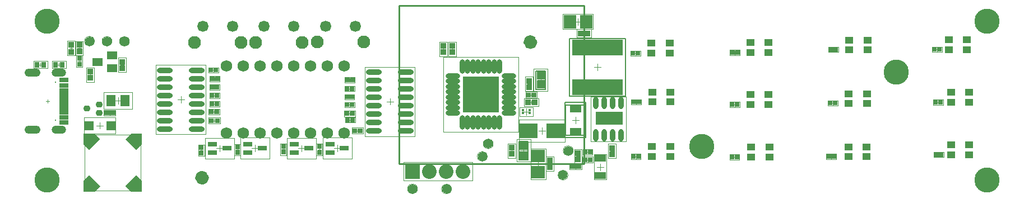
<source format=gts>
G04*
G04 #@! TF.GenerationSoftware,Altium Limited,CircuitMaker,2.2.1 (2.2.1.6)*
G04*
G04 Layer_Color=20142*
%FSLAX24Y24*%
%MOIN*%
G70*
G04*
G04 #@! TF.SameCoordinates,07040E79-6860-4804-BF28-05383503267E*
G04*
G04*
G04 #@! TF.FilePolarity,Negative*
G04*
G01*
G75*
%ADD11C,0.0039*%
%ADD13C,0.0100*%
%ADD14C,0.0079*%
%ADD15C,0.0059*%
%ADD17C,0.0050*%
%ADD18C,0.0020*%
%ADD19C,0.0433*%
%ADD43R,0.0669X0.0512*%
%ADD56R,0.0363X0.0379*%
%ADD57O,0.0316X0.0749*%
%ADD58C,0.0552*%
%ADD59R,0.0336X0.0316*%
%ADD60O,0.0316X0.0848*%
%ADD61R,0.0316X0.0356*%
%ADD62R,0.0572X0.0198*%
%ADD63R,0.0277X0.0257*%
%ADD64R,0.0572X0.0690*%
%ADD65R,0.0572X0.0277*%
%ADD66O,0.0848X0.0316*%
%ADD67R,0.0316X0.0356*%
%ADD68R,0.0277X0.0316*%
%ADD69R,0.0316X0.0277*%
%ADD70O,0.0946X0.0316*%
%ADD71R,0.1064X0.0867*%
%ADD72R,0.0474X0.0474*%
%ADD73R,0.0789X0.0730*%
%ADD74R,0.0293X0.0316*%
%ADD75R,0.0297X0.0277*%
%ADD76R,0.0336X0.0336*%
%ADD77R,0.0257X0.0257*%
%ADD78R,0.0690X0.0434*%
%ADD79R,0.0454X0.0434*%
%ADD80R,0.0730X0.0789*%
%ADD81R,0.0379X0.0363*%
%ADD82R,0.3033X0.0946*%
%ADD83C,0.0178*%
G04:AMPARAMS|DCode=84|XSize=31.6mil|YSize=37.5mil|CornerRadius=8.7mil|HoleSize=0mil|Usage=FLASHONLY|Rotation=90.000|XOffset=0mil|YOffset=0mil|HoleType=Round|Shape=RoundedRectangle|*
%AMROUNDEDRECTD84*
21,1,0.0316,0.0201,0,0,90.0*
21,1,0.0142,0.0375,0,0,90.0*
1,1,0.0174,0.0100,0.0071*
1,1,0.0174,0.0100,-0.0071*
1,1,0.0174,-0.0100,-0.0071*
1,1,0.0174,-0.0100,0.0071*
%
%ADD84ROUNDEDRECTD84*%
%ADD85R,0.0580X0.0580*%
%ADD86R,0.0631X0.0474*%
%ADD87R,0.0572X0.0316*%
%ADD88R,0.0867X0.0867*%
%ADD89C,0.0867*%
%ADD90C,0.0680*%
%ADD91C,0.1497*%
%ADD92C,0.0080*%
G04:AMPARAMS|DCode=93|XSize=47.4mil|YSize=94.6mil|CornerRadius=23.7mil|HoleSize=0mil|Usage=FLASHONLY|Rotation=270.000|XOffset=0mil|YOffset=0mil|HoleType=Round|Shape=RoundedRectangle|*
%AMROUNDEDRECTD93*
21,1,0.0474,0.0472,0,0,270.0*
21,1,0.0000,0.0946,0,0,270.0*
1,1,0.0474,-0.0236,0.0000*
1,1,0.0474,-0.0236,0.0000*
1,1,0.0474,0.0236,0.0000*
1,1,0.0474,0.0236,0.0000*
%
%ADD93ROUNDEDRECTD93*%
G04:AMPARAMS|DCode=94|XSize=47.4mil|YSize=86.7mil|CornerRadius=23.7mil|HoleSize=0mil|Usage=FLASHONLY|Rotation=270.000|XOffset=0mil|YOffset=0mil|HoleType=Round|Shape=RoundedRectangle|*
%AMROUNDEDRECTD94*
21,1,0.0474,0.0394,0,0,270.0*
21,1,0.0000,0.0867,0,0,270.0*
1,1,0.0474,-0.0197,0.0000*
1,1,0.0474,-0.0197,0.0000*
1,1,0.0474,0.0197,0.0000*
1,1,0.0474,0.0197,0.0000*
%
%ADD94ROUNDEDRECTD94*%
%ADD95C,0.0663*%
%ADD96C,0.0763*%
G36*
X28840Y7336D02*
Y5215D01*
X26722D01*
X26711Y5204D01*
X26700Y5215D01*
Y7336D01*
X28843Y7339D01*
X28840Y7336D01*
D02*
G37*
G36*
X36190Y4471D02*
X34601D01*
Y5228D01*
X36190D01*
Y4471D01*
D02*
G37*
G36*
X7610Y3305D02*
X7270Y2965D01*
X6620Y3615D01*
X6960Y3955D01*
X7610D01*
Y3305D01*
D02*
G37*
G36*
X5120Y3615D02*
X4470Y2965D01*
X4130Y3305D01*
Y3955D01*
X4780D01*
X5120Y3615D01*
D02*
G37*
G36*
X7610Y1125D02*
Y475D01*
X6960D01*
X6620Y815D01*
X7270Y1465D01*
X7610Y1125D01*
D02*
G37*
G36*
X5120Y815D02*
X4780Y475D01*
X4130D01*
Y1125D01*
X4470Y1465D01*
X5120Y815D01*
D02*
G37*
D11*
X4197Y3888D02*
X7544D01*
Y542D02*
Y3888D01*
X4197Y542D02*
X7544D01*
X4197D02*
Y3888D01*
X26015Y640D02*
G03*
X26015Y640I-295J0D01*
G01*
X33251Y2925D02*
G03*
X33251Y2925I-295J0D01*
G01*
X5818Y9449D02*
G03*
X5818Y9449I-295J0D01*
G01*
X6859Y9444D02*
G03*
X6859Y9444I-295J0D01*
G01*
X4780Y9454D02*
G03*
X4780Y9454I-295J0D01*
G01*
X28144Y2582D02*
G03*
X28144Y2582I-295J0D01*
G01*
X28494Y3332D02*
G03*
X28494Y3332I-295J0D01*
G01*
X32941Y1465D02*
G03*
X32941Y1465I-295J0D01*
G01*
X23988Y649D02*
G03*
X23988Y649I-295J0D01*
G01*
X4542Y7346D02*
Y7563D01*
X4434Y7455D02*
X4651D01*
X35147Y4818D02*
X35541D01*
X35344Y4621D02*
Y5015D01*
X19835Y6135D02*
X20051D01*
X19943Y6027D02*
Y6243D01*
X5983Y5913D02*
X6377D01*
X6180Y5717D02*
Y6110D01*
X14134Y3066D02*
X14528D01*
X14331Y2869D02*
Y3263D01*
X23154Y1127D02*
X27249D01*
Y2229D01*
X23154D02*
X27249D01*
X23154Y1127D02*
Y2229D01*
X27562Y6272D02*
X27956D01*
X27759Y6075D02*
Y6469D01*
X1573Y7947D02*
Y8163D01*
X1465Y8055D02*
X1681D01*
X2676Y7947D02*
Y8163D01*
X2567Y8055D02*
X2784D01*
X19965Y5027D02*
Y5243D01*
X19857Y5135D02*
X20074D01*
X20426Y4012D02*
Y4228D01*
X20317Y4120D02*
X20534D01*
X18047Y2987D02*
X18264D01*
X18155Y2879D02*
Y3095D01*
X15908Y3001D02*
X16125D01*
X16017Y2893D02*
Y3109D01*
X13173Y2978D02*
X13390D01*
X13281Y2870D02*
Y3087D01*
X11029Y2946D02*
X11246D01*
X11138Y2838D02*
Y3054D01*
X19218Y2866D02*
Y3260D01*
X19021Y3063D02*
X19414D01*
X17093Y2863D02*
Y3257D01*
X16897Y3060D02*
X17290D01*
X12228Y2865D02*
Y3259D01*
X12032Y3062D02*
X12425D01*
X11904Y5137D02*
Y5353D01*
X11796Y5245D02*
X12012D01*
X11909Y4612D02*
Y4829D01*
X11801Y4720D02*
X12017D01*
X22351Y5661D02*
Y6055D01*
X22154Y5858D02*
X22548D01*
X20874Y7925D02*
X23827D01*
X20874Y3791D02*
X23827D01*
X20874D02*
Y7925D01*
X23827Y3791D02*
Y7925D01*
X9922Y5775D02*
Y6169D01*
X9725Y5972D02*
X10119D01*
X8445Y3905D02*
X11398D01*
X8445Y8039D02*
X11398D01*
Y3905D02*
Y8039D01*
X8445Y3905D02*
Y8039D01*
X29492Y2925D02*
X29709D01*
X29600Y2816D02*
Y3033D01*
X30300Y2738D02*
Y3131D01*
X30104Y2935D02*
X30497D01*
X31876Y2037D02*
Y2253D01*
X31767Y2145D02*
X31984D01*
X30979Y2125D02*
X31373D01*
X31176Y1928D02*
Y2322D01*
X33278Y1975D02*
X33514D01*
X33396Y1857D02*
Y2093D01*
X33988Y2385D02*
X34244D01*
X34116Y2257D02*
Y2513D01*
X36983Y2452D02*
Y2688D01*
X36865Y2570D02*
X37101D01*
X33546Y2487D02*
Y2703D01*
X33437Y2595D02*
X33654D01*
X34007Y2845D02*
X34224D01*
X34116Y2737D02*
Y2953D01*
X34870Y1754D02*
Y2148D01*
X34673Y1951D02*
X35067D01*
X35576Y2786D02*
Y3002D01*
X35467Y2894D02*
X35684D01*
X33189Y4745D02*
X33583D01*
X33386Y4548D02*
Y4942D01*
X33536Y10418D02*
Y10812D01*
X33339Y10615D02*
X33733D01*
X37001Y5712D02*
Y5948D01*
X36883Y5830D02*
X37119D01*
X36956Y8617D02*
Y8853D01*
X36838Y8735D02*
X37074D01*
X42871Y8652D02*
Y8888D01*
X42753Y8770D02*
X42989D01*
X42849Y2426D02*
Y2662D01*
X42731Y2544D02*
X42967D01*
X42735Y5675D02*
X42972D01*
X42853Y5557D02*
Y5793D01*
X48690Y5642D02*
Y5878D01*
X48572Y5760D02*
X48809D01*
X48728Y8837D02*
Y9073D01*
X48610Y8955D02*
X48846D01*
X48606Y2457D02*
Y2693D01*
X48488Y2575D02*
X48724D01*
X54878Y2685D02*
X55114D01*
X54996Y2567D02*
Y2803D01*
X54835Y5815D02*
X55072D01*
X54953Y5697D02*
Y5933D01*
X54893Y8847D02*
Y9083D01*
X54775Y8965D02*
X55012D01*
X33791Y9923D02*
X34007D01*
X33899Y9815D02*
Y10032D01*
X34509Y7905D02*
X34903D01*
X34706Y7708D02*
Y8102D01*
X26066Y8877D02*
Y9093D01*
X25957Y8985D02*
X26174D01*
X11823Y6713D02*
X12040D01*
X11932Y6605D02*
Y6822D01*
X11832Y7213D02*
X12049D01*
X11940Y7105D02*
Y7322D01*
X11810Y5715D02*
X12026D01*
X11918Y5607D02*
Y5823D01*
X11812Y6203D02*
X12029D01*
X11921Y6094D02*
Y6311D01*
X11748Y7734D02*
X11964D01*
X11856Y7625D02*
Y7842D01*
X30259Y5252D02*
X30653D01*
X30456Y5055D02*
Y5448D01*
X19847Y6625D02*
X20063D01*
X19955Y6517D02*
Y6733D01*
X19845Y5665D02*
X20062D01*
X19953Y5557D02*
Y5773D01*
X5570Y5175D02*
X5806D01*
X5688Y5057D02*
Y5293D01*
X3886Y8930D02*
Y9146D01*
X3777Y9038D02*
X3994D01*
X30769Y6144D02*
Y6361D01*
X30661Y6252D02*
X30877D01*
X3778Y8265D02*
X3994D01*
X3886Y8157D02*
Y8373D01*
X19859Y7149D02*
X20076D01*
X19968Y7040D02*
Y7257D01*
X30531Y6902D02*
X30747D01*
X30639Y6794D02*
Y7011D01*
X6326Y8027D02*
X6542D01*
X6434Y7918D02*
Y8135D01*
X3396Y8927D02*
Y9143D01*
X3287Y9035D02*
X3504D01*
X31319Y6941D02*
Y7335D01*
X31122Y7138D02*
X31516D01*
X19877Y4750D02*
X20094D01*
X19985Y4642D02*
Y4858D01*
X25417Y8986D02*
X25634D01*
X25526Y8878D02*
Y9094D01*
X30768Y5694D02*
Y5911D01*
X30660Y5802D02*
X30876D01*
X5100Y4228D02*
Y4622D01*
X4904Y4425D02*
X5297D01*
D13*
X22887Y11584D02*
X33911D01*
Y2135D02*
Y11584D01*
X22887Y2135D02*
X33911D01*
X22887D02*
Y11584D01*
D14*
X32772Y3695D02*
X34000D01*
Y5795D01*
X32772D02*
X34000D01*
X32772Y3695D02*
Y5795D01*
D15*
X30576Y2385D02*
Y3485D01*
X30025Y2385D02*
X30576D01*
X30025D02*
Y3485D01*
X30576D01*
X31044Y6588D02*
Y7688D01*
X31595D01*
Y6588D02*
Y7688D01*
X31044Y6588D02*
X31595D01*
X32811Y3839D02*
X33961D01*
Y5650D01*
X32811D02*
X33961D01*
X32811Y3839D02*
Y5650D01*
D17*
X33033Y6192D02*
X36379D01*
X33033Y9618D02*
X36379D01*
X33033Y6192D02*
Y9618D01*
X36379Y6192D02*
Y9618D01*
D18*
X4306Y7022D02*
X4779D01*
X4306Y7888D02*
X4779D01*
X4306Y7022D02*
Y7888D01*
X4779Y7022D02*
Y7888D01*
X36388Y3480D02*
Y6157D01*
X34301Y3480D02*
Y6157D01*
X36388D01*
X34301Y3480D02*
X36388D01*
X19648Y5977D02*
Y6292D01*
X20238Y5977D02*
Y6292D01*
X19648D02*
X20238D01*
X19648Y5977D02*
X20238D01*
X5334Y5402D02*
Y6425D01*
X7027Y5402D02*
Y6425D01*
X5334D02*
X7027D01*
X5334Y5402D02*
X7027D01*
X13465Y2436D02*
Y3696D01*
X15197Y2436D02*
Y3696D01*
X13465D02*
X15197D01*
X13465Y2436D02*
X15197D01*
X30003Y4028D02*
Y8516D01*
X25515Y4028D02*
Y8516D01*
Y4028D02*
X30003D01*
X25515Y8516D02*
X30003D01*
X1160Y7838D02*
X1987D01*
X1160Y8271D02*
X1987D01*
Y7838D02*
Y8271D01*
X1160Y7838D02*
Y8271D01*
X2262Y8271D02*
X3089D01*
X2262Y7838D02*
X3089D01*
X2262D02*
Y8271D01*
X3089Y7838D02*
Y8271D01*
X19623Y4958D02*
X20307D01*
X19623Y5312D02*
X20307D01*
Y4958D02*
Y5312D01*
X19623Y4958D02*
Y5312D01*
X20084Y3943D02*
X20768D01*
X20084Y4297D02*
X20768D01*
Y3943D02*
Y4297D01*
X20084Y3943D02*
Y4297D01*
X18333Y2645D02*
Y3329D01*
X17978Y2645D02*
Y3329D01*
X18333D01*
X17978Y2645D02*
X18333D01*
X16194Y2659D02*
Y3343D01*
X15840Y2659D02*
Y3343D01*
X16194D01*
X15840Y2659D02*
X16194D01*
X13459Y2637D02*
Y3320D01*
X13104Y2637D02*
Y3320D01*
X13459D01*
X13104Y2637D02*
X13459D01*
X11315Y2604D02*
Y3288D01*
X10961Y2604D02*
Y3288D01*
X11315D01*
X10961Y2604D02*
X11315D01*
X18351Y2433D02*
X20084D01*
X18351Y3693D02*
X20084D01*
Y2433D02*
Y3693D01*
X18351Y2433D02*
Y3693D01*
X16227Y2430D02*
X17960D01*
X16227Y3690D02*
X17960D01*
Y2430D02*
Y3690D01*
X16227Y2430D02*
Y3690D01*
X11362Y2432D02*
X13094D01*
X11362Y3692D02*
X13094D01*
Y2432D02*
Y3692D01*
X11362Y2432D02*
Y3692D01*
X11562Y5422D02*
X12246D01*
X11562Y5068D02*
X12246D01*
X11562D02*
Y5422D01*
X12246Y5068D02*
Y5422D01*
X11567Y4897D02*
X12251D01*
X11567Y4543D02*
X12251D01*
X11567D02*
Y4897D01*
X12251Y4543D02*
Y4897D01*
X31201Y4113D02*
X31595D01*
X31398Y3916D02*
Y4310D01*
X32776Y3444D02*
Y4782D01*
X30020D02*
X32776D01*
X30020Y3444D02*
Y4782D01*
Y3444D02*
X32776D01*
X29364Y2492D02*
Y3358D01*
X29837Y2492D02*
Y3358D01*
X29364Y2492D02*
X29837D01*
X29364Y3358D02*
X29837D01*
X29887Y3604D02*
X30714D01*
X29887Y2265D02*
X30714D01*
Y3604D01*
X29887Y2265D02*
Y3604D01*
X31640Y2578D02*
X32112D01*
X31640Y1712D02*
X32112D01*
Y2578D01*
X31640Y1712D02*
Y2578D01*
X30723Y1219D02*
Y3030D01*
X31628Y1219D02*
Y3030D01*
X30723Y1219D02*
X31628D01*
X30723Y3030D02*
X31628D01*
X33750Y1798D02*
Y2152D01*
X33041Y1798D02*
Y2152D01*
Y1798D02*
X33750D01*
X33041Y2152D02*
X33750D01*
X34431Y2208D02*
Y2562D01*
X33801Y2208D02*
Y2562D01*
Y2208D02*
X34431D01*
X33801Y2562D02*
X34431D01*
X36688Y2412D02*
X37279D01*
X36688Y2727D02*
X37279D01*
Y2412D02*
Y2727D01*
X36688Y2412D02*
Y2727D01*
X33329Y2182D02*
X33762D01*
X33329Y3008D02*
X33762D01*
X33329Y2182D02*
Y3008D01*
X33762Y2182D02*
Y3008D01*
X33820Y2687D02*
Y3002D01*
X34411Y2687D02*
Y3002D01*
X33820D02*
X34411D01*
X33820Y2687D02*
X34411D01*
X34496Y1203D02*
X35244D01*
X34496Y2699D02*
X35244D01*
X34496Y1203D02*
Y2699D01*
X35244Y1203D02*
Y2699D01*
X35340Y2461D02*
X35812D01*
X35340Y3327D02*
X35812D01*
X35340Y2461D02*
Y3327D01*
X35812Y2461D02*
Y3327D01*
X32630Y11068D02*
X34441D01*
X32630Y10162D02*
X34441D01*
X32630D02*
Y11068D01*
X34441Y10162D02*
Y11068D01*
X36706Y5672D02*
X37296D01*
X36706Y5987D02*
X37296D01*
Y5672D02*
Y5987D01*
X36706Y5672D02*
Y5987D01*
X36660Y8577D02*
X37251D01*
X36660Y8892D02*
X37251D01*
Y8577D02*
Y8892D01*
X36660Y8577D02*
Y8892D01*
X42576Y8612D02*
X43166D01*
X42576Y8927D02*
X43166D01*
Y8612D02*
Y8927D01*
X42576Y8612D02*
Y8927D01*
X42553Y2387D02*
X43144D01*
X42553Y2702D02*
X43144D01*
Y2387D02*
Y2702D01*
X42553Y2387D02*
Y2702D01*
X42558Y5517D02*
Y5832D01*
X43149Y5517D02*
Y5832D01*
X42558D02*
X43149D01*
X42558Y5517D02*
X43149D01*
X48395Y5602D02*
X48986D01*
X48395Y5917D02*
X48986D01*
Y5602D02*
Y5917D01*
X48395Y5602D02*
Y5917D01*
X48433Y8797D02*
X49023D01*
X48433Y9112D02*
X49023D01*
Y8797D02*
Y9112D01*
X48433Y8797D02*
Y9112D01*
X48310Y2417D02*
X48901D01*
X48310Y2732D02*
X48901D01*
Y2417D02*
Y2732D01*
X48310Y2417D02*
Y2732D01*
X54700Y2527D02*
Y2842D01*
X55291Y2527D02*
Y2842D01*
X54700D02*
X55291D01*
X54700Y2527D02*
X55291D01*
X54658Y5657D02*
Y5972D01*
X55249Y5657D02*
Y5972D01*
X54658D02*
X55249D01*
X54658Y5657D02*
X55249D01*
X54598Y8807D02*
X55189D01*
X54598Y9122D02*
X55189D01*
Y8807D02*
Y9122D01*
X54598Y8807D02*
Y9122D01*
X34332Y9687D02*
Y10160D01*
X33466Y9687D02*
Y10160D01*
Y9687D02*
X34332D01*
X33466Y10160D02*
X34332D01*
X25830Y9418D02*
X26302D01*
X25830Y8552D02*
X26302D01*
Y9418D01*
X25830Y8552D02*
Y9418D01*
X12227Y6556D02*
Y6871D01*
X11636Y6556D02*
Y6871D01*
Y6556D02*
X12227D01*
X11636Y6871D02*
X12227D01*
X12236Y7056D02*
Y7371D01*
X11645Y7056D02*
Y7371D01*
Y7056D02*
X12236D01*
X11645Y7371D02*
X12236D01*
X12213Y5557D02*
Y5872D01*
X11623Y5557D02*
Y5872D01*
Y5557D02*
X12213D01*
X11623Y5872D02*
X12213D01*
X12216Y6045D02*
Y6360D01*
X11625Y6045D02*
Y6360D01*
Y6045D02*
X12216D01*
X11625Y6360D02*
X12216D01*
X12151Y7576D02*
Y7891D01*
X11561Y7576D02*
Y7891D01*
Y7576D02*
X12151D01*
X11561Y7891D02*
X12151D01*
X30860Y4986D02*
Y5517D01*
X30052Y4986D02*
Y5517D01*
Y4986D02*
X30860D01*
X30052Y5517D02*
X30860D01*
X19660Y6467D02*
Y6782D01*
X20250Y6467D02*
Y6782D01*
X19660D02*
X20250D01*
X19660Y6467D02*
X20250D01*
X19658Y5507D02*
Y5822D01*
X20249Y5507D02*
Y5822D01*
X19658D02*
X20249D01*
X19658Y5507D02*
X20249D01*
X6042Y4998D02*
Y5352D01*
X5333Y4998D02*
Y5352D01*
Y4998D02*
X6042D01*
X5333Y5352D02*
X6042D01*
X3669Y8625D02*
X4102D01*
X3669Y9451D02*
X4102D01*
X3669Y8625D02*
Y9451D01*
X4102Y8625D02*
Y9451D01*
X30427Y6429D02*
X31111D01*
X30427Y6075D02*
X31111D01*
X30427D02*
Y6429D01*
X31111Y6075D02*
Y6429D01*
X3709Y7923D02*
Y8607D01*
X4063Y7923D02*
Y8607D01*
X3709Y7923D02*
X4063D01*
X3709Y8607D02*
X4063D01*
X19672Y6991D02*
Y7306D01*
X20263Y6991D02*
Y7306D01*
X19672D02*
X20263D01*
X19672Y6991D02*
X20263D01*
X30875Y6469D02*
Y7335D01*
X30403Y6469D02*
Y7335D01*
X30875D01*
X30403Y6469D02*
X30875D01*
X6670Y7594D02*
Y8460D01*
X6198Y7594D02*
Y8460D01*
X6670D01*
X6198Y7594D02*
X6670D01*
X3160Y8602D02*
X3632D01*
X3160Y9468D02*
X3632D01*
X3160Y8602D02*
Y9468D01*
X3632Y8602D02*
Y9468D01*
X30906Y6469D02*
X31733D01*
X30906Y7807D02*
X31733D01*
X30906Y6469D02*
Y7807D01*
X31733Y6469D02*
Y7807D01*
X19690Y4593D02*
Y4907D01*
X20281Y4593D02*
Y4907D01*
X19690D02*
X20281D01*
X19690Y4593D02*
X20281D01*
X25762Y8553D02*
Y9419D01*
X25290Y8553D02*
Y9419D01*
X25762D01*
X25290Y8553D02*
X25762D01*
X30335Y5566D02*
X31201D01*
X30335Y6039D02*
X31201D01*
Y5566D02*
Y6039D01*
X30335Y5566D02*
Y6039D01*
X4156Y3952D02*
X6045D01*
X4156Y4897D02*
X6045D01*
Y3952D02*
Y4897D01*
X4156Y3952D02*
Y4897D01*
X1902Y5868D02*
X2099D01*
X2001Y5769D02*
Y5966D01*
D19*
X30900Y9398D02*
G03*
X30900Y9398I-197J0D01*
G01*
X11374Y1309D02*
G03*
X11374Y1309I-197J0D01*
G01*
D43*
X33386Y5445D02*
D03*
Y4045D02*
D03*
D56*
X4542Y7266D02*
D03*
Y7644D02*
D03*
X29600Y2736D02*
D03*
Y3114D02*
D03*
X31876Y2334D02*
D03*
Y1956D02*
D03*
X35576Y2705D02*
D03*
Y3083D02*
D03*
X26066Y9174D02*
D03*
Y8796D02*
D03*
X30639Y7091D02*
D03*
Y6713D02*
D03*
X6434Y8216D02*
D03*
Y7838D02*
D03*
X3396Y8815D02*
D03*
Y9255D02*
D03*
X25526Y9175D02*
D03*
Y8797D02*
D03*
D57*
X36094Y5783D02*
D03*
X35594D02*
D03*
X35094D02*
D03*
X34594D02*
D03*
X36094Y3854D02*
D03*
X35594D02*
D03*
X35094D02*
D03*
X34594D02*
D03*
D58*
X32646Y1465D02*
D03*
X25720Y640D02*
D03*
X32956Y2925D02*
D03*
X5523Y9449D02*
D03*
X6564Y9444D02*
D03*
X4484Y9454D02*
D03*
X27849Y2582D02*
D03*
X28199Y3332D02*
D03*
X23692Y649D02*
D03*
D59*
X33228Y1975D02*
D03*
X33563D02*
D03*
X5855Y5175D02*
D03*
X5520D02*
D03*
D60*
X27602Y4609D02*
D03*
X28861Y7936D02*
D03*
X28547D02*
D03*
X28232D02*
D03*
X27917D02*
D03*
X27602D02*
D03*
X27287D02*
D03*
X26972D02*
D03*
X26657D02*
D03*
Y4609D02*
D03*
X26972D02*
D03*
X27287D02*
D03*
X27917D02*
D03*
X28232D02*
D03*
X28547D02*
D03*
X28861D02*
D03*
D61*
X2479Y8055D02*
D03*
X1770D02*
D03*
D62*
X2966Y6360D02*
D03*
Y6163D02*
D03*
Y6557D02*
D03*
Y5179D02*
D03*
Y5572D02*
D03*
Y5376D02*
D03*
Y5769D02*
D03*
Y5966D02*
D03*
D63*
X19795Y6135D02*
D03*
X20091D02*
D03*
X12079Y6713D02*
D03*
X11784D02*
D03*
X12088Y7213D02*
D03*
X11793D02*
D03*
X12066Y5715D02*
D03*
X11770D02*
D03*
X12068Y6203D02*
D03*
X11773D02*
D03*
X12003Y7734D02*
D03*
X11708D02*
D03*
X19808Y6625D02*
D03*
X20103D02*
D03*
X19806Y5665D02*
D03*
X20101D02*
D03*
X19820Y7149D02*
D03*
X20115D02*
D03*
X19838Y4750D02*
D03*
X20133D02*
D03*
D64*
X5777Y5913D02*
D03*
X6584D02*
D03*
D65*
X13907Y3322D02*
D03*
Y2810D02*
D03*
X14754Y3066D02*
D03*
X19641Y3063D02*
D03*
X18794Y2807D02*
D03*
Y3319D02*
D03*
X17517Y3060D02*
D03*
X16670Y2804D02*
D03*
Y3316D02*
D03*
X12652Y3062D02*
D03*
X11805Y2806D02*
D03*
Y3318D02*
D03*
D66*
X29423Y5170D02*
D03*
Y5485D02*
D03*
Y5800D02*
D03*
Y6115D02*
D03*
Y6430D02*
D03*
Y6745D02*
D03*
Y7060D02*
D03*
Y7375D02*
D03*
X26096D02*
D03*
Y7060D02*
D03*
Y6745D02*
D03*
Y6430D02*
D03*
Y6115D02*
D03*
Y5800D02*
D03*
Y5485D02*
D03*
Y5170D02*
D03*
D67*
X1376Y8055D02*
D03*
X2873D02*
D03*
D68*
X19790Y5135D02*
D03*
X20140D02*
D03*
X20250Y4120D02*
D03*
X20601D02*
D03*
X12079Y5245D02*
D03*
X11729D02*
D03*
X12084Y4720D02*
D03*
X11734D02*
D03*
X30944Y6252D02*
D03*
X30594D02*
D03*
D69*
X18156Y2812D02*
D03*
Y3162D02*
D03*
X16017Y2826D02*
D03*
Y3176D02*
D03*
X13282Y2803D02*
D03*
Y3154D02*
D03*
X11138Y2771D02*
D03*
Y3121D02*
D03*
X3886Y8440D02*
D03*
Y8090D02*
D03*
D70*
X21406Y7608D02*
D03*
Y7108D02*
D03*
Y6608D02*
D03*
Y6108D02*
D03*
Y5608D02*
D03*
Y5108D02*
D03*
Y4608D02*
D03*
Y4108D02*
D03*
X23296Y7608D02*
D03*
Y7108D02*
D03*
Y6608D02*
D03*
Y6108D02*
D03*
Y5608D02*
D03*
Y5108D02*
D03*
Y4608D02*
D03*
Y4108D02*
D03*
X10867Y4222D02*
D03*
Y4722D02*
D03*
Y5222D02*
D03*
Y5722D02*
D03*
Y6222D02*
D03*
Y6722D02*
D03*
Y7222D02*
D03*
Y7722D02*
D03*
X8977Y4222D02*
D03*
Y4722D02*
D03*
Y5222D02*
D03*
Y5722D02*
D03*
Y6222D02*
D03*
Y6722D02*
D03*
Y7222D02*
D03*
Y7722D02*
D03*
D71*
X30611Y4113D02*
D03*
X32186D02*
D03*
D72*
X30300Y3210D02*
D03*
Y2659D02*
D03*
X31319Y6862D02*
D03*
Y7413D02*
D03*
D73*
X31176Y1643D02*
D03*
Y2607D02*
D03*
D74*
X34277Y2385D02*
D03*
X33954D02*
D03*
D75*
X37131Y2570D02*
D03*
X36836D02*
D03*
X37149Y5830D02*
D03*
X36853D02*
D03*
X37103Y8735D02*
D03*
X36808D02*
D03*
X43019Y8770D02*
D03*
X42723D02*
D03*
X42996Y2544D02*
D03*
X42701D02*
D03*
X42706Y5675D02*
D03*
X43001D02*
D03*
X48838Y5760D02*
D03*
X48543D02*
D03*
X48876Y8955D02*
D03*
X48580D02*
D03*
X48753Y2575D02*
D03*
X48458D02*
D03*
X54848Y2685D02*
D03*
X55143D02*
D03*
X54806Y5815D02*
D03*
X55101D02*
D03*
X55041Y8965D02*
D03*
X54746D02*
D03*
D76*
X33546Y2398D02*
D03*
Y2792D02*
D03*
X3886Y8841D02*
D03*
Y9235D02*
D03*
D77*
X33958Y2845D02*
D03*
X34273D02*
D03*
D78*
X34870Y1429D02*
D03*
Y2472D02*
D03*
D79*
X37934Y3160D02*
D03*
X39017D02*
D03*
X37934Y2570D02*
D03*
X39017D02*
D03*
X38987Y9330D02*
D03*
X37904D02*
D03*
Y8740D02*
D03*
X38987D02*
D03*
X44928Y3135D02*
D03*
X43846D02*
D03*
Y2544D02*
D03*
X44928D02*
D03*
X44867Y5670D02*
D03*
X43784D02*
D03*
X44867Y6260D02*
D03*
X43784D02*
D03*
X44867Y9360D02*
D03*
X43784D02*
D03*
Y8770D02*
D03*
X44867D02*
D03*
X39037Y6420D02*
D03*
Y5830D02*
D03*
X37954D02*
D03*
Y6420D02*
D03*
X55594Y9540D02*
D03*
X56677D02*
D03*
X55594Y8950D02*
D03*
X56677D02*
D03*
X50708Y3155D02*
D03*
X49626D02*
D03*
Y2564D02*
D03*
X50708D02*
D03*
X56797Y3270D02*
D03*
X55714D02*
D03*
Y2680D02*
D03*
X56797D02*
D03*
X50727Y6320D02*
D03*
Y5730D02*
D03*
X49644D02*
D03*
Y6320D02*
D03*
X50747Y9520D02*
D03*
X49664D02*
D03*
Y8930D02*
D03*
X50747D02*
D03*
X56797Y6410D02*
D03*
Y5820D02*
D03*
X55714D02*
D03*
Y6410D02*
D03*
D80*
X33053Y10615D02*
D03*
X34018D02*
D03*
D81*
X34088Y9923D02*
D03*
X33710D02*
D03*
X30957Y5802D02*
D03*
X30579D02*
D03*
D82*
X34706Y6724D02*
D03*
Y9086D02*
D03*
D83*
X30653Y5171D02*
D03*
X30259D02*
D03*
X30653Y5332D02*
D03*
X30259D02*
D03*
D84*
X4336Y5435D02*
D03*
X5065Y5691D02*
D03*
Y5179D02*
D03*
D85*
X5750Y4425D02*
D03*
X4450D02*
D03*
D86*
X5815Y7850D02*
D03*
Y8598D02*
D03*
X4949Y8224D02*
D03*
D87*
X2966Y6813D02*
D03*
Y4923D02*
D03*
Y4608D02*
D03*
Y7128D02*
D03*
D88*
X23705Y1678D02*
D03*
D89*
X24705D02*
D03*
X25705D02*
D03*
X26705D02*
D03*
D90*
X12616Y3965D02*
D03*
X13616D02*
D03*
X14616D02*
D03*
X15616D02*
D03*
X16616D02*
D03*
X17616D02*
D03*
X18616D02*
D03*
X19616D02*
D03*
Y7965D02*
D03*
X18616D02*
D03*
X17616D02*
D03*
X16616D02*
D03*
X12616D02*
D03*
X13616D02*
D03*
X14616D02*
D03*
X15616D02*
D03*
D91*
X52449Y7622D02*
D03*
X40892Y3187D02*
D03*
X57866Y1186D02*
D03*
Y10635D02*
D03*
X1960Y1186D02*
D03*
Y10635D02*
D03*
D92*
X2464Y7009D02*
D03*
Y4726D02*
D03*
D93*
X1086Y4165D02*
D03*
Y7570D02*
D03*
D94*
X2661D02*
D03*
Y4165D02*
D03*
D95*
X11246Y10335D02*
D03*
X13006D02*
D03*
X14856D02*
D03*
X16616D02*
D03*
X18536Y10345D02*
D03*
X20296D02*
D03*
D96*
X10746Y9385D02*
D03*
X13506D02*
D03*
X14356D02*
D03*
X17116D02*
D03*
X18036Y9395D02*
D03*
X20796D02*
D03*
M02*

</source>
